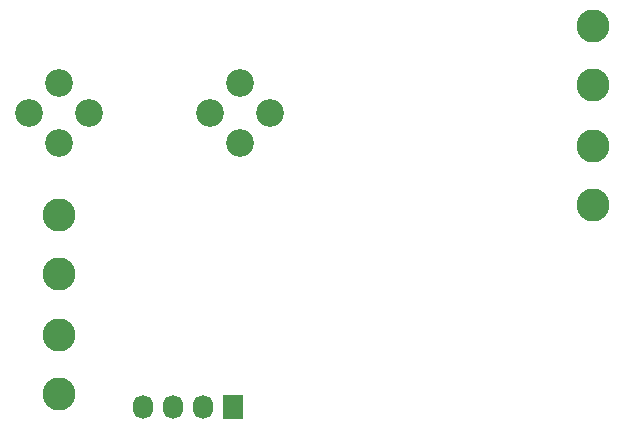
<source format=gbs>
%TF.GenerationSoftware,KiCad,Pcbnew,4.0.1-2.fc23-product*%
%TF.CreationDate,2015-12-31T19:29:04+01:00*%
%TF.ProjectId,sunpowered,73756E706F77657265642E6B69636164,rev?*%
%TF.FileFunction,Soldermask,Bot*%
%FSLAX46Y46*%
G04 Gerber Fmt 4.6, Leading zero omitted, Abs format (unit mm)*
G04 Created by KiCad (PCBNEW 4.0.1-2.fc23-product) date Thu 31 Dec 2015 19:29:04 CET*
%MOMM*%
G01*
G04 APERTURE LIST*
%ADD10C,0.100000*%
%ADD11C,2.794000*%
%ADD12C,2.349500*%
%ADD13R,1.727200X2.032000*%
%ADD14O,1.727200X2.032000*%
G04 APERTURE END LIST*
D10*
D11*
X108712000Y-109768000D03*
X108712000Y-114768000D03*
X108712000Y-124928000D03*
X108712000Y-119928000D03*
D12*
X121452640Y-101092000D03*
X126532640Y-101092000D03*
X111213900Y-101092000D03*
X106133900Y-101092000D03*
X123992640Y-98552000D03*
X123992640Y-103632000D03*
X108673900Y-98552000D03*
X108673900Y-103632000D03*
D11*
X153924000Y-108926000D03*
X153924000Y-103926000D03*
X153924000Y-93766000D03*
X153924000Y-98766000D03*
D13*
X123444000Y-125984000D03*
D14*
X120904000Y-125984000D03*
X118364000Y-125984000D03*
X115824000Y-125984000D03*
M02*

</source>
